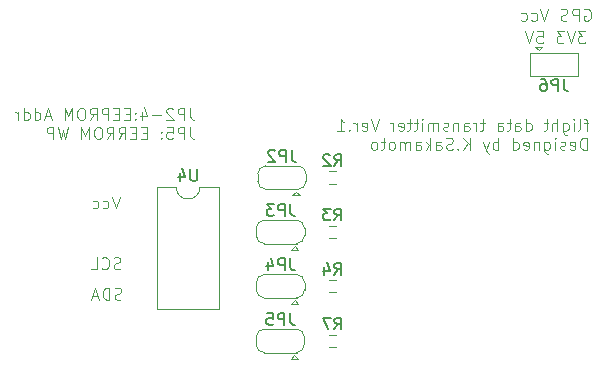
<source format=gbr>
%TF.GenerationSoftware,KiCad,Pcbnew,8.0.3*%
%TF.CreationDate,2024-12-13T14:42:36+09:00*%
%TF.ProjectId,LoRaGPS,4c6f5261-4750-4532-9e6b-696361645f70,rev?*%
%TF.SameCoordinates,Original*%
%TF.FileFunction,Legend,Bot*%
%TF.FilePolarity,Positive*%
%FSLAX46Y46*%
G04 Gerber Fmt 4.6, Leading zero omitted, Abs format (unit mm)*
G04 Created by KiCad (PCBNEW 8.0.3) date 2024-12-13 14:42:36*
%MOMM*%
%LPD*%
G01*
G04 APERTURE LIST*
%ADD10C,0.100000*%
%ADD11C,0.150000*%
%ADD12C,0.120000*%
G04 APERTURE END LIST*
D10*
X103115372Y-62467408D02*
X102734420Y-62467408D01*
X102972515Y-63134075D02*
X102972515Y-62276932D01*
X102972515Y-62276932D02*
X102924896Y-62181694D01*
X102924896Y-62181694D02*
X102829658Y-62134075D01*
X102829658Y-62134075D02*
X102734420Y-62134075D01*
X102258229Y-63134075D02*
X102353467Y-63086456D01*
X102353467Y-63086456D02*
X102401086Y-62991217D01*
X102401086Y-62991217D02*
X102401086Y-62134075D01*
X101877276Y-63134075D02*
X101877276Y-62467408D01*
X101877276Y-62134075D02*
X101924895Y-62181694D01*
X101924895Y-62181694D02*
X101877276Y-62229313D01*
X101877276Y-62229313D02*
X101829657Y-62181694D01*
X101829657Y-62181694D02*
X101877276Y-62134075D01*
X101877276Y-62134075D02*
X101877276Y-62229313D01*
X100972515Y-62467408D02*
X100972515Y-63276932D01*
X100972515Y-63276932D02*
X101020134Y-63372170D01*
X101020134Y-63372170D02*
X101067753Y-63419789D01*
X101067753Y-63419789D02*
X101162991Y-63467408D01*
X101162991Y-63467408D02*
X101305848Y-63467408D01*
X101305848Y-63467408D02*
X101401086Y-63419789D01*
X100972515Y-63086456D02*
X101067753Y-63134075D01*
X101067753Y-63134075D02*
X101258229Y-63134075D01*
X101258229Y-63134075D02*
X101353467Y-63086456D01*
X101353467Y-63086456D02*
X101401086Y-63038836D01*
X101401086Y-63038836D02*
X101448705Y-62943598D01*
X101448705Y-62943598D02*
X101448705Y-62657884D01*
X101448705Y-62657884D02*
X101401086Y-62562646D01*
X101401086Y-62562646D02*
X101353467Y-62515027D01*
X101353467Y-62515027D02*
X101258229Y-62467408D01*
X101258229Y-62467408D02*
X101067753Y-62467408D01*
X101067753Y-62467408D02*
X100972515Y-62515027D01*
X100496324Y-63134075D02*
X100496324Y-62134075D01*
X100067753Y-63134075D02*
X100067753Y-62610265D01*
X100067753Y-62610265D02*
X100115372Y-62515027D01*
X100115372Y-62515027D02*
X100210610Y-62467408D01*
X100210610Y-62467408D02*
X100353467Y-62467408D01*
X100353467Y-62467408D02*
X100448705Y-62515027D01*
X100448705Y-62515027D02*
X100496324Y-62562646D01*
X99734419Y-62467408D02*
X99353467Y-62467408D01*
X99591562Y-62134075D02*
X99591562Y-62991217D01*
X99591562Y-62991217D02*
X99543943Y-63086456D01*
X99543943Y-63086456D02*
X99448705Y-63134075D01*
X99448705Y-63134075D02*
X99353467Y-63134075D01*
X97829657Y-63134075D02*
X97829657Y-62134075D01*
X97829657Y-63086456D02*
X97924895Y-63134075D01*
X97924895Y-63134075D02*
X98115371Y-63134075D01*
X98115371Y-63134075D02*
X98210609Y-63086456D01*
X98210609Y-63086456D02*
X98258228Y-63038836D01*
X98258228Y-63038836D02*
X98305847Y-62943598D01*
X98305847Y-62943598D02*
X98305847Y-62657884D01*
X98305847Y-62657884D02*
X98258228Y-62562646D01*
X98258228Y-62562646D02*
X98210609Y-62515027D01*
X98210609Y-62515027D02*
X98115371Y-62467408D01*
X98115371Y-62467408D02*
X97924895Y-62467408D01*
X97924895Y-62467408D02*
X97829657Y-62515027D01*
X96924895Y-63134075D02*
X96924895Y-62610265D01*
X96924895Y-62610265D02*
X96972514Y-62515027D01*
X96972514Y-62515027D02*
X97067752Y-62467408D01*
X97067752Y-62467408D02*
X97258228Y-62467408D01*
X97258228Y-62467408D02*
X97353466Y-62515027D01*
X96924895Y-63086456D02*
X97020133Y-63134075D01*
X97020133Y-63134075D02*
X97258228Y-63134075D01*
X97258228Y-63134075D02*
X97353466Y-63086456D01*
X97353466Y-63086456D02*
X97401085Y-62991217D01*
X97401085Y-62991217D02*
X97401085Y-62895979D01*
X97401085Y-62895979D02*
X97353466Y-62800741D01*
X97353466Y-62800741D02*
X97258228Y-62753122D01*
X97258228Y-62753122D02*
X97020133Y-62753122D01*
X97020133Y-62753122D02*
X96924895Y-62705503D01*
X96591561Y-62467408D02*
X96210609Y-62467408D01*
X96448704Y-62134075D02*
X96448704Y-62991217D01*
X96448704Y-62991217D02*
X96401085Y-63086456D01*
X96401085Y-63086456D02*
X96305847Y-63134075D01*
X96305847Y-63134075D02*
X96210609Y-63134075D01*
X95448704Y-63134075D02*
X95448704Y-62610265D01*
X95448704Y-62610265D02*
X95496323Y-62515027D01*
X95496323Y-62515027D02*
X95591561Y-62467408D01*
X95591561Y-62467408D02*
X95782037Y-62467408D01*
X95782037Y-62467408D02*
X95877275Y-62515027D01*
X95448704Y-63086456D02*
X95543942Y-63134075D01*
X95543942Y-63134075D02*
X95782037Y-63134075D01*
X95782037Y-63134075D02*
X95877275Y-63086456D01*
X95877275Y-63086456D02*
X95924894Y-62991217D01*
X95924894Y-62991217D02*
X95924894Y-62895979D01*
X95924894Y-62895979D02*
X95877275Y-62800741D01*
X95877275Y-62800741D02*
X95782037Y-62753122D01*
X95782037Y-62753122D02*
X95543942Y-62753122D01*
X95543942Y-62753122D02*
X95448704Y-62705503D01*
X94353465Y-62467408D02*
X93972513Y-62467408D01*
X94210608Y-62134075D02*
X94210608Y-62991217D01*
X94210608Y-62991217D02*
X94162989Y-63086456D01*
X94162989Y-63086456D02*
X94067751Y-63134075D01*
X94067751Y-63134075D02*
X93972513Y-63134075D01*
X93639179Y-63134075D02*
X93639179Y-62467408D01*
X93639179Y-62657884D02*
X93591560Y-62562646D01*
X93591560Y-62562646D02*
X93543941Y-62515027D01*
X93543941Y-62515027D02*
X93448703Y-62467408D01*
X93448703Y-62467408D02*
X93353465Y-62467408D01*
X92591560Y-63134075D02*
X92591560Y-62610265D01*
X92591560Y-62610265D02*
X92639179Y-62515027D01*
X92639179Y-62515027D02*
X92734417Y-62467408D01*
X92734417Y-62467408D02*
X92924893Y-62467408D01*
X92924893Y-62467408D02*
X93020131Y-62515027D01*
X92591560Y-63086456D02*
X92686798Y-63134075D01*
X92686798Y-63134075D02*
X92924893Y-63134075D01*
X92924893Y-63134075D02*
X93020131Y-63086456D01*
X93020131Y-63086456D02*
X93067750Y-62991217D01*
X93067750Y-62991217D02*
X93067750Y-62895979D01*
X93067750Y-62895979D02*
X93020131Y-62800741D01*
X93020131Y-62800741D02*
X92924893Y-62753122D01*
X92924893Y-62753122D02*
X92686798Y-62753122D01*
X92686798Y-62753122D02*
X92591560Y-62705503D01*
X92115369Y-62467408D02*
X92115369Y-63134075D01*
X92115369Y-62562646D02*
X92067750Y-62515027D01*
X92067750Y-62515027D02*
X91972512Y-62467408D01*
X91972512Y-62467408D02*
X91829655Y-62467408D01*
X91829655Y-62467408D02*
X91734417Y-62515027D01*
X91734417Y-62515027D02*
X91686798Y-62610265D01*
X91686798Y-62610265D02*
X91686798Y-63134075D01*
X91258226Y-63086456D02*
X91162988Y-63134075D01*
X91162988Y-63134075D02*
X90972512Y-63134075D01*
X90972512Y-63134075D02*
X90877274Y-63086456D01*
X90877274Y-63086456D02*
X90829655Y-62991217D01*
X90829655Y-62991217D02*
X90829655Y-62943598D01*
X90829655Y-62943598D02*
X90877274Y-62848360D01*
X90877274Y-62848360D02*
X90972512Y-62800741D01*
X90972512Y-62800741D02*
X91115369Y-62800741D01*
X91115369Y-62800741D02*
X91210607Y-62753122D01*
X91210607Y-62753122D02*
X91258226Y-62657884D01*
X91258226Y-62657884D02*
X91258226Y-62610265D01*
X91258226Y-62610265D02*
X91210607Y-62515027D01*
X91210607Y-62515027D02*
X91115369Y-62467408D01*
X91115369Y-62467408D02*
X90972512Y-62467408D01*
X90972512Y-62467408D02*
X90877274Y-62515027D01*
X90401083Y-63134075D02*
X90401083Y-62467408D01*
X90401083Y-62562646D02*
X90353464Y-62515027D01*
X90353464Y-62515027D02*
X90258226Y-62467408D01*
X90258226Y-62467408D02*
X90115369Y-62467408D01*
X90115369Y-62467408D02*
X90020131Y-62515027D01*
X90020131Y-62515027D02*
X89972512Y-62610265D01*
X89972512Y-62610265D02*
X89972512Y-63134075D01*
X89972512Y-62610265D02*
X89924893Y-62515027D01*
X89924893Y-62515027D02*
X89829655Y-62467408D01*
X89829655Y-62467408D02*
X89686798Y-62467408D01*
X89686798Y-62467408D02*
X89591559Y-62515027D01*
X89591559Y-62515027D02*
X89543940Y-62610265D01*
X89543940Y-62610265D02*
X89543940Y-63134075D01*
X89067750Y-63134075D02*
X89067750Y-62467408D01*
X89067750Y-62134075D02*
X89115369Y-62181694D01*
X89115369Y-62181694D02*
X89067750Y-62229313D01*
X89067750Y-62229313D02*
X89020131Y-62181694D01*
X89020131Y-62181694D02*
X89067750Y-62134075D01*
X89067750Y-62134075D02*
X89067750Y-62229313D01*
X88734417Y-62467408D02*
X88353465Y-62467408D01*
X88591560Y-62134075D02*
X88591560Y-62991217D01*
X88591560Y-62991217D02*
X88543941Y-63086456D01*
X88543941Y-63086456D02*
X88448703Y-63134075D01*
X88448703Y-63134075D02*
X88353465Y-63134075D01*
X88162988Y-62467408D02*
X87782036Y-62467408D01*
X88020131Y-62134075D02*
X88020131Y-62991217D01*
X88020131Y-62991217D02*
X87972512Y-63086456D01*
X87972512Y-63086456D02*
X87877274Y-63134075D01*
X87877274Y-63134075D02*
X87782036Y-63134075D01*
X87067750Y-63086456D02*
X87162988Y-63134075D01*
X87162988Y-63134075D02*
X87353464Y-63134075D01*
X87353464Y-63134075D02*
X87448702Y-63086456D01*
X87448702Y-63086456D02*
X87496321Y-62991217D01*
X87496321Y-62991217D02*
X87496321Y-62610265D01*
X87496321Y-62610265D02*
X87448702Y-62515027D01*
X87448702Y-62515027D02*
X87353464Y-62467408D01*
X87353464Y-62467408D02*
X87162988Y-62467408D01*
X87162988Y-62467408D02*
X87067750Y-62515027D01*
X87067750Y-62515027D02*
X87020131Y-62610265D01*
X87020131Y-62610265D02*
X87020131Y-62705503D01*
X87020131Y-62705503D02*
X87496321Y-62800741D01*
X86591559Y-63134075D02*
X86591559Y-62467408D01*
X86591559Y-62657884D02*
X86543940Y-62562646D01*
X86543940Y-62562646D02*
X86496321Y-62515027D01*
X86496321Y-62515027D02*
X86401083Y-62467408D01*
X86401083Y-62467408D02*
X86305845Y-62467408D01*
X85353463Y-62134075D02*
X85020130Y-63134075D01*
X85020130Y-63134075D02*
X84686797Y-62134075D01*
X83972511Y-63086456D02*
X84067749Y-63134075D01*
X84067749Y-63134075D02*
X84258225Y-63134075D01*
X84258225Y-63134075D02*
X84353463Y-63086456D01*
X84353463Y-63086456D02*
X84401082Y-62991217D01*
X84401082Y-62991217D02*
X84401082Y-62610265D01*
X84401082Y-62610265D02*
X84353463Y-62515027D01*
X84353463Y-62515027D02*
X84258225Y-62467408D01*
X84258225Y-62467408D02*
X84067749Y-62467408D01*
X84067749Y-62467408D02*
X83972511Y-62515027D01*
X83972511Y-62515027D02*
X83924892Y-62610265D01*
X83924892Y-62610265D02*
X83924892Y-62705503D01*
X83924892Y-62705503D02*
X84401082Y-62800741D01*
X83496320Y-63134075D02*
X83496320Y-62467408D01*
X83496320Y-62657884D02*
X83448701Y-62562646D01*
X83448701Y-62562646D02*
X83401082Y-62515027D01*
X83401082Y-62515027D02*
X83305844Y-62467408D01*
X83305844Y-62467408D02*
X83210606Y-62467408D01*
X82877272Y-63038836D02*
X82829653Y-63086456D01*
X82829653Y-63086456D02*
X82877272Y-63134075D01*
X82877272Y-63134075D02*
X82924891Y-63086456D01*
X82924891Y-63086456D02*
X82877272Y-63038836D01*
X82877272Y-63038836D02*
X82877272Y-63134075D01*
X81877273Y-63134075D02*
X82448701Y-63134075D01*
X82162987Y-63134075D02*
X82162987Y-62134075D01*
X82162987Y-62134075D02*
X82258225Y-62276932D01*
X82258225Y-62276932D02*
X82353463Y-62372170D01*
X82353463Y-62372170D02*
X82448701Y-62419789D01*
X102972515Y-64744019D02*
X102972515Y-63744019D01*
X102972515Y-63744019D02*
X102734420Y-63744019D01*
X102734420Y-63744019D02*
X102591563Y-63791638D01*
X102591563Y-63791638D02*
X102496325Y-63886876D01*
X102496325Y-63886876D02*
X102448706Y-63982114D01*
X102448706Y-63982114D02*
X102401087Y-64172590D01*
X102401087Y-64172590D02*
X102401087Y-64315447D01*
X102401087Y-64315447D02*
X102448706Y-64505923D01*
X102448706Y-64505923D02*
X102496325Y-64601161D01*
X102496325Y-64601161D02*
X102591563Y-64696400D01*
X102591563Y-64696400D02*
X102734420Y-64744019D01*
X102734420Y-64744019D02*
X102972515Y-64744019D01*
X101591563Y-64696400D02*
X101686801Y-64744019D01*
X101686801Y-64744019D02*
X101877277Y-64744019D01*
X101877277Y-64744019D02*
X101972515Y-64696400D01*
X101972515Y-64696400D02*
X102020134Y-64601161D01*
X102020134Y-64601161D02*
X102020134Y-64220209D01*
X102020134Y-64220209D02*
X101972515Y-64124971D01*
X101972515Y-64124971D02*
X101877277Y-64077352D01*
X101877277Y-64077352D02*
X101686801Y-64077352D01*
X101686801Y-64077352D02*
X101591563Y-64124971D01*
X101591563Y-64124971D02*
X101543944Y-64220209D01*
X101543944Y-64220209D02*
X101543944Y-64315447D01*
X101543944Y-64315447D02*
X102020134Y-64410685D01*
X101162991Y-64696400D02*
X101067753Y-64744019D01*
X101067753Y-64744019D02*
X100877277Y-64744019D01*
X100877277Y-64744019D02*
X100782039Y-64696400D01*
X100782039Y-64696400D02*
X100734420Y-64601161D01*
X100734420Y-64601161D02*
X100734420Y-64553542D01*
X100734420Y-64553542D02*
X100782039Y-64458304D01*
X100782039Y-64458304D02*
X100877277Y-64410685D01*
X100877277Y-64410685D02*
X101020134Y-64410685D01*
X101020134Y-64410685D02*
X101115372Y-64363066D01*
X101115372Y-64363066D02*
X101162991Y-64267828D01*
X101162991Y-64267828D02*
X101162991Y-64220209D01*
X101162991Y-64220209D02*
X101115372Y-64124971D01*
X101115372Y-64124971D02*
X101020134Y-64077352D01*
X101020134Y-64077352D02*
X100877277Y-64077352D01*
X100877277Y-64077352D02*
X100782039Y-64124971D01*
X100305848Y-64744019D02*
X100305848Y-64077352D01*
X100305848Y-63744019D02*
X100353467Y-63791638D01*
X100353467Y-63791638D02*
X100305848Y-63839257D01*
X100305848Y-63839257D02*
X100258229Y-63791638D01*
X100258229Y-63791638D02*
X100305848Y-63744019D01*
X100305848Y-63744019D02*
X100305848Y-63839257D01*
X99401087Y-64077352D02*
X99401087Y-64886876D01*
X99401087Y-64886876D02*
X99448706Y-64982114D01*
X99448706Y-64982114D02*
X99496325Y-65029733D01*
X99496325Y-65029733D02*
X99591563Y-65077352D01*
X99591563Y-65077352D02*
X99734420Y-65077352D01*
X99734420Y-65077352D02*
X99829658Y-65029733D01*
X99401087Y-64696400D02*
X99496325Y-64744019D01*
X99496325Y-64744019D02*
X99686801Y-64744019D01*
X99686801Y-64744019D02*
X99782039Y-64696400D01*
X99782039Y-64696400D02*
X99829658Y-64648780D01*
X99829658Y-64648780D02*
X99877277Y-64553542D01*
X99877277Y-64553542D02*
X99877277Y-64267828D01*
X99877277Y-64267828D02*
X99829658Y-64172590D01*
X99829658Y-64172590D02*
X99782039Y-64124971D01*
X99782039Y-64124971D02*
X99686801Y-64077352D01*
X99686801Y-64077352D02*
X99496325Y-64077352D01*
X99496325Y-64077352D02*
X99401087Y-64124971D01*
X98924896Y-64077352D02*
X98924896Y-64744019D01*
X98924896Y-64172590D02*
X98877277Y-64124971D01*
X98877277Y-64124971D02*
X98782039Y-64077352D01*
X98782039Y-64077352D02*
X98639182Y-64077352D01*
X98639182Y-64077352D02*
X98543944Y-64124971D01*
X98543944Y-64124971D02*
X98496325Y-64220209D01*
X98496325Y-64220209D02*
X98496325Y-64744019D01*
X97639182Y-64696400D02*
X97734420Y-64744019D01*
X97734420Y-64744019D02*
X97924896Y-64744019D01*
X97924896Y-64744019D02*
X98020134Y-64696400D01*
X98020134Y-64696400D02*
X98067753Y-64601161D01*
X98067753Y-64601161D02*
X98067753Y-64220209D01*
X98067753Y-64220209D02*
X98020134Y-64124971D01*
X98020134Y-64124971D02*
X97924896Y-64077352D01*
X97924896Y-64077352D02*
X97734420Y-64077352D01*
X97734420Y-64077352D02*
X97639182Y-64124971D01*
X97639182Y-64124971D02*
X97591563Y-64220209D01*
X97591563Y-64220209D02*
X97591563Y-64315447D01*
X97591563Y-64315447D02*
X98067753Y-64410685D01*
X96734420Y-64744019D02*
X96734420Y-63744019D01*
X96734420Y-64696400D02*
X96829658Y-64744019D01*
X96829658Y-64744019D02*
X97020134Y-64744019D01*
X97020134Y-64744019D02*
X97115372Y-64696400D01*
X97115372Y-64696400D02*
X97162991Y-64648780D01*
X97162991Y-64648780D02*
X97210610Y-64553542D01*
X97210610Y-64553542D02*
X97210610Y-64267828D01*
X97210610Y-64267828D02*
X97162991Y-64172590D01*
X97162991Y-64172590D02*
X97115372Y-64124971D01*
X97115372Y-64124971D02*
X97020134Y-64077352D01*
X97020134Y-64077352D02*
X96829658Y-64077352D01*
X96829658Y-64077352D02*
X96734420Y-64124971D01*
X95496324Y-64744019D02*
X95496324Y-63744019D01*
X95496324Y-64124971D02*
X95401086Y-64077352D01*
X95401086Y-64077352D02*
X95210610Y-64077352D01*
X95210610Y-64077352D02*
X95115372Y-64124971D01*
X95115372Y-64124971D02*
X95067753Y-64172590D01*
X95067753Y-64172590D02*
X95020134Y-64267828D01*
X95020134Y-64267828D02*
X95020134Y-64553542D01*
X95020134Y-64553542D02*
X95067753Y-64648780D01*
X95067753Y-64648780D02*
X95115372Y-64696400D01*
X95115372Y-64696400D02*
X95210610Y-64744019D01*
X95210610Y-64744019D02*
X95401086Y-64744019D01*
X95401086Y-64744019D02*
X95496324Y-64696400D01*
X94686800Y-64077352D02*
X94448705Y-64744019D01*
X94210610Y-64077352D02*
X94448705Y-64744019D01*
X94448705Y-64744019D02*
X94543943Y-64982114D01*
X94543943Y-64982114D02*
X94591562Y-65029733D01*
X94591562Y-65029733D02*
X94686800Y-65077352D01*
X93067752Y-64744019D02*
X93067752Y-63744019D01*
X92496324Y-64744019D02*
X92924895Y-64172590D01*
X92496324Y-63744019D02*
X93067752Y-64315447D01*
X92067752Y-64648780D02*
X92020133Y-64696400D01*
X92020133Y-64696400D02*
X92067752Y-64744019D01*
X92067752Y-64744019D02*
X92115371Y-64696400D01*
X92115371Y-64696400D02*
X92067752Y-64648780D01*
X92067752Y-64648780D02*
X92067752Y-64744019D01*
X91639181Y-64696400D02*
X91496324Y-64744019D01*
X91496324Y-64744019D02*
X91258229Y-64744019D01*
X91258229Y-64744019D02*
X91162991Y-64696400D01*
X91162991Y-64696400D02*
X91115372Y-64648780D01*
X91115372Y-64648780D02*
X91067753Y-64553542D01*
X91067753Y-64553542D02*
X91067753Y-64458304D01*
X91067753Y-64458304D02*
X91115372Y-64363066D01*
X91115372Y-64363066D02*
X91162991Y-64315447D01*
X91162991Y-64315447D02*
X91258229Y-64267828D01*
X91258229Y-64267828D02*
X91448705Y-64220209D01*
X91448705Y-64220209D02*
X91543943Y-64172590D01*
X91543943Y-64172590D02*
X91591562Y-64124971D01*
X91591562Y-64124971D02*
X91639181Y-64029733D01*
X91639181Y-64029733D02*
X91639181Y-63934495D01*
X91639181Y-63934495D02*
X91591562Y-63839257D01*
X91591562Y-63839257D02*
X91543943Y-63791638D01*
X91543943Y-63791638D02*
X91448705Y-63744019D01*
X91448705Y-63744019D02*
X91210610Y-63744019D01*
X91210610Y-63744019D02*
X91067753Y-63791638D01*
X90210610Y-64744019D02*
X90210610Y-64220209D01*
X90210610Y-64220209D02*
X90258229Y-64124971D01*
X90258229Y-64124971D02*
X90353467Y-64077352D01*
X90353467Y-64077352D02*
X90543943Y-64077352D01*
X90543943Y-64077352D02*
X90639181Y-64124971D01*
X90210610Y-64696400D02*
X90305848Y-64744019D01*
X90305848Y-64744019D02*
X90543943Y-64744019D01*
X90543943Y-64744019D02*
X90639181Y-64696400D01*
X90639181Y-64696400D02*
X90686800Y-64601161D01*
X90686800Y-64601161D02*
X90686800Y-64505923D01*
X90686800Y-64505923D02*
X90639181Y-64410685D01*
X90639181Y-64410685D02*
X90543943Y-64363066D01*
X90543943Y-64363066D02*
X90305848Y-64363066D01*
X90305848Y-64363066D02*
X90210610Y-64315447D01*
X89734419Y-64744019D02*
X89734419Y-63744019D01*
X89639181Y-64363066D02*
X89353467Y-64744019D01*
X89353467Y-64077352D02*
X89734419Y-64458304D01*
X88496324Y-64744019D02*
X88496324Y-64220209D01*
X88496324Y-64220209D02*
X88543943Y-64124971D01*
X88543943Y-64124971D02*
X88639181Y-64077352D01*
X88639181Y-64077352D02*
X88829657Y-64077352D01*
X88829657Y-64077352D02*
X88924895Y-64124971D01*
X88496324Y-64696400D02*
X88591562Y-64744019D01*
X88591562Y-64744019D02*
X88829657Y-64744019D01*
X88829657Y-64744019D02*
X88924895Y-64696400D01*
X88924895Y-64696400D02*
X88972514Y-64601161D01*
X88972514Y-64601161D02*
X88972514Y-64505923D01*
X88972514Y-64505923D02*
X88924895Y-64410685D01*
X88924895Y-64410685D02*
X88829657Y-64363066D01*
X88829657Y-64363066D02*
X88591562Y-64363066D01*
X88591562Y-64363066D02*
X88496324Y-64315447D01*
X88020133Y-64744019D02*
X88020133Y-64077352D01*
X88020133Y-64172590D02*
X87972514Y-64124971D01*
X87972514Y-64124971D02*
X87877276Y-64077352D01*
X87877276Y-64077352D02*
X87734419Y-64077352D01*
X87734419Y-64077352D02*
X87639181Y-64124971D01*
X87639181Y-64124971D02*
X87591562Y-64220209D01*
X87591562Y-64220209D02*
X87591562Y-64744019D01*
X87591562Y-64220209D02*
X87543943Y-64124971D01*
X87543943Y-64124971D02*
X87448705Y-64077352D01*
X87448705Y-64077352D02*
X87305848Y-64077352D01*
X87305848Y-64077352D02*
X87210609Y-64124971D01*
X87210609Y-64124971D02*
X87162990Y-64220209D01*
X87162990Y-64220209D02*
X87162990Y-64744019D01*
X86543943Y-64744019D02*
X86639181Y-64696400D01*
X86639181Y-64696400D02*
X86686800Y-64648780D01*
X86686800Y-64648780D02*
X86734419Y-64553542D01*
X86734419Y-64553542D02*
X86734419Y-64267828D01*
X86734419Y-64267828D02*
X86686800Y-64172590D01*
X86686800Y-64172590D02*
X86639181Y-64124971D01*
X86639181Y-64124971D02*
X86543943Y-64077352D01*
X86543943Y-64077352D02*
X86401086Y-64077352D01*
X86401086Y-64077352D02*
X86305848Y-64124971D01*
X86305848Y-64124971D02*
X86258229Y-64172590D01*
X86258229Y-64172590D02*
X86210610Y-64267828D01*
X86210610Y-64267828D02*
X86210610Y-64553542D01*
X86210610Y-64553542D02*
X86258229Y-64648780D01*
X86258229Y-64648780D02*
X86305848Y-64696400D01*
X86305848Y-64696400D02*
X86401086Y-64744019D01*
X86401086Y-64744019D02*
X86543943Y-64744019D01*
X85924895Y-64077352D02*
X85543943Y-64077352D01*
X85782038Y-63744019D02*
X85782038Y-64601161D01*
X85782038Y-64601161D02*
X85734419Y-64696400D01*
X85734419Y-64696400D02*
X85639181Y-64744019D01*
X85639181Y-64744019D02*
X85543943Y-64744019D01*
X85067752Y-64744019D02*
X85162990Y-64696400D01*
X85162990Y-64696400D02*
X85210609Y-64648780D01*
X85210609Y-64648780D02*
X85258228Y-64553542D01*
X85258228Y-64553542D02*
X85258228Y-64267828D01*
X85258228Y-64267828D02*
X85210609Y-64172590D01*
X85210609Y-64172590D02*
X85162990Y-64124971D01*
X85162990Y-64124971D02*
X85067752Y-64077352D01*
X85067752Y-64077352D02*
X84924895Y-64077352D01*
X84924895Y-64077352D02*
X84829657Y-64124971D01*
X84829657Y-64124971D02*
X84782038Y-64172590D01*
X84782038Y-64172590D02*
X84734419Y-64267828D01*
X84734419Y-64267828D02*
X84734419Y-64553542D01*
X84734419Y-64553542D02*
X84782038Y-64648780D01*
X84782038Y-64648780D02*
X84829657Y-64696400D01*
X84829657Y-64696400D02*
X84924895Y-64744019D01*
X84924895Y-64744019D02*
X85067752Y-64744019D01*
X63497734Y-74805600D02*
X63354877Y-74853219D01*
X63354877Y-74853219D02*
X63116782Y-74853219D01*
X63116782Y-74853219D02*
X63021544Y-74805600D01*
X63021544Y-74805600D02*
X62973925Y-74757980D01*
X62973925Y-74757980D02*
X62926306Y-74662742D01*
X62926306Y-74662742D02*
X62926306Y-74567504D01*
X62926306Y-74567504D02*
X62973925Y-74472266D01*
X62973925Y-74472266D02*
X63021544Y-74424647D01*
X63021544Y-74424647D02*
X63116782Y-74377028D01*
X63116782Y-74377028D02*
X63307258Y-74329409D01*
X63307258Y-74329409D02*
X63402496Y-74281790D01*
X63402496Y-74281790D02*
X63450115Y-74234171D01*
X63450115Y-74234171D02*
X63497734Y-74138933D01*
X63497734Y-74138933D02*
X63497734Y-74043695D01*
X63497734Y-74043695D02*
X63450115Y-73948457D01*
X63450115Y-73948457D02*
X63402496Y-73900838D01*
X63402496Y-73900838D02*
X63307258Y-73853219D01*
X63307258Y-73853219D02*
X63069163Y-73853219D01*
X63069163Y-73853219D02*
X62926306Y-73900838D01*
X61926306Y-74757980D02*
X61973925Y-74805600D01*
X61973925Y-74805600D02*
X62116782Y-74853219D01*
X62116782Y-74853219D02*
X62212020Y-74853219D01*
X62212020Y-74853219D02*
X62354877Y-74805600D01*
X62354877Y-74805600D02*
X62450115Y-74710361D01*
X62450115Y-74710361D02*
X62497734Y-74615123D01*
X62497734Y-74615123D02*
X62545353Y-74424647D01*
X62545353Y-74424647D02*
X62545353Y-74281790D01*
X62545353Y-74281790D02*
X62497734Y-74091314D01*
X62497734Y-74091314D02*
X62450115Y-73996076D01*
X62450115Y-73996076D02*
X62354877Y-73900838D01*
X62354877Y-73900838D02*
X62212020Y-73853219D01*
X62212020Y-73853219D02*
X62116782Y-73853219D01*
X62116782Y-73853219D02*
X61973925Y-73900838D01*
X61973925Y-73900838D02*
X61926306Y-73948457D01*
X61021544Y-74853219D02*
X61497734Y-74853219D01*
X61497734Y-74853219D02*
X61497734Y-73853219D01*
X69387401Y-61219675D02*
X69387401Y-61933960D01*
X69387401Y-61933960D02*
X69435020Y-62076817D01*
X69435020Y-62076817D02*
X69530258Y-62172056D01*
X69530258Y-62172056D02*
X69673115Y-62219675D01*
X69673115Y-62219675D02*
X69768353Y-62219675D01*
X68911210Y-62219675D02*
X68911210Y-61219675D01*
X68911210Y-61219675D02*
X68530258Y-61219675D01*
X68530258Y-61219675D02*
X68435020Y-61267294D01*
X68435020Y-61267294D02*
X68387401Y-61314913D01*
X68387401Y-61314913D02*
X68339782Y-61410151D01*
X68339782Y-61410151D02*
X68339782Y-61553008D01*
X68339782Y-61553008D02*
X68387401Y-61648246D01*
X68387401Y-61648246D02*
X68435020Y-61695865D01*
X68435020Y-61695865D02*
X68530258Y-61743484D01*
X68530258Y-61743484D02*
X68911210Y-61743484D01*
X67958829Y-61314913D02*
X67911210Y-61267294D01*
X67911210Y-61267294D02*
X67815972Y-61219675D01*
X67815972Y-61219675D02*
X67577877Y-61219675D01*
X67577877Y-61219675D02*
X67482639Y-61267294D01*
X67482639Y-61267294D02*
X67435020Y-61314913D01*
X67435020Y-61314913D02*
X67387401Y-61410151D01*
X67387401Y-61410151D02*
X67387401Y-61505389D01*
X67387401Y-61505389D02*
X67435020Y-61648246D01*
X67435020Y-61648246D02*
X68006448Y-62219675D01*
X68006448Y-62219675D02*
X67387401Y-62219675D01*
X66958829Y-61838722D02*
X66196925Y-61838722D01*
X65292163Y-61553008D02*
X65292163Y-62219675D01*
X65530258Y-61172056D02*
X65768353Y-61886341D01*
X65768353Y-61886341D02*
X65149306Y-61886341D01*
X64768353Y-62124436D02*
X64720734Y-62172056D01*
X64720734Y-62172056D02*
X64768353Y-62219675D01*
X64768353Y-62219675D02*
X64815972Y-62172056D01*
X64815972Y-62172056D02*
X64768353Y-62124436D01*
X64768353Y-62124436D02*
X64768353Y-62219675D01*
X64768353Y-61600627D02*
X64720734Y-61648246D01*
X64720734Y-61648246D02*
X64768353Y-61695865D01*
X64768353Y-61695865D02*
X64815972Y-61648246D01*
X64815972Y-61648246D02*
X64768353Y-61600627D01*
X64768353Y-61600627D02*
X64768353Y-61695865D01*
X64292163Y-61695865D02*
X63958830Y-61695865D01*
X63815973Y-62219675D02*
X64292163Y-62219675D01*
X64292163Y-62219675D02*
X64292163Y-61219675D01*
X64292163Y-61219675D02*
X63815973Y-61219675D01*
X63387401Y-61695865D02*
X63054068Y-61695865D01*
X62911211Y-62219675D02*
X63387401Y-62219675D01*
X63387401Y-62219675D02*
X63387401Y-61219675D01*
X63387401Y-61219675D02*
X62911211Y-61219675D01*
X62482639Y-62219675D02*
X62482639Y-61219675D01*
X62482639Y-61219675D02*
X62101687Y-61219675D01*
X62101687Y-61219675D02*
X62006449Y-61267294D01*
X62006449Y-61267294D02*
X61958830Y-61314913D01*
X61958830Y-61314913D02*
X61911211Y-61410151D01*
X61911211Y-61410151D02*
X61911211Y-61553008D01*
X61911211Y-61553008D02*
X61958830Y-61648246D01*
X61958830Y-61648246D02*
X62006449Y-61695865D01*
X62006449Y-61695865D02*
X62101687Y-61743484D01*
X62101687Y-61743484D02*
X62482639Y-61743484D01*
X60911211Y-62219675D02*
X61244544Y-61743484D01*
X61482639Y-62219675D02*
X61482639Y-61219675D01*
X61482639Y-61219675D02*
X61101687Y-61219675D01*
X61101687Y-61219675D02*
X61006449Y-61267294D01*
X61006449Y-61267294D02*
X60958830Y-61314913D01*
X60958830Y-61314913D02*
X60911211Y-61410151D01*
X60911211Y-61410151D02*
X60911211Y-61553008D01*
X60911211Y-61553008D02*
X60958830Y-61648246D01*
X60958830Y-61648246D02*
X61006449Y-61695865D01*
X61006449Y-61695865D02*
X61101687Y-61743484D01*
X61101687Y-61743484D02*
X61482639Y-61743484D01*
X60292163Y-61219675D02*
X60101687Y-61219675D01*
X60101687Y-61219675D02*
X60006449Y-61267294D01*
X60006449Y-61267294D02*
X59911211Y-61362532D01*
X59911211Y-61362532D02*
X59863592Y-61553008D01*
X59863592Y-61553008D02*
X59863592Y-61886341D01*
X59863592Y-61886341D02*
X59911211Y-62076817D01*
X59911211Y-62076817D02*
X60006449Y-62172056D01*
X60006449Y-62172056D02*
X60101687Y-62219675D01*
X60101687Y-62219675D02*
X60292163Y-62219675D01*
X60292163Y-62219675D02*
X60387401Y-62172056D01*
X60387401Y-62172056D02*
X60482639Y-62076817D01*
X60482639Y-62076817D02*
X60530258Y-61886341D01*
X60530258Y-61886341D02*
X60530258Y-61553008D01*
X60530258Y-61553008D02*
X60482639Y-61362532D01*
X60482639Y-61362532D02*
X60387401Y-61267294D01*
X60387401Y-61267294D02*
X60292163Y-61219675D01*
X59435020Y-62219675D02*
X59435020Y-61219675D01*
X59435020Y-61219675D02*
X59101687Y-61933960D01*
X59101687Y-61933960D02*
X58768354Y-61219675D01*
X58768354Y-61219675D02*
X58768354Y-62219675D01*
X57577877Y-61933960D02*
X57101687Y-61933960D01*
X57673115Y-62219675D02*
X57339782Y-61219675D01*
X57339782Y-61219675D02*
X57006449Y-62219675D01*
X56244544Y-62219675D02*
X56244544Y-61219675D01*
X56244544Y-62172056D02*
X56339782Y-62219675D01*
X56339782Y-62219675D02*
X56530258Y-62219675D01*
X56530258Y-62219675D02*
X56625496Y-62172056D01*
X56625496Y-62172056D02*
X56673115Y-62124436D01*
X56673115Y-62124436D02*
X56720734Y-62029198D01*
X56720734Y-62029198D02*
X56720734Y-61743484D01*
X56720734Y-61743484D02*
X56673115Y-61648246D01*
X56673115Y-61648246D02*
X56625496Y-61600627D01*
X56625496Y-61600627D02*
X56530258Y-61553008D01*
X56530258Y-61553008D02*
X56339782Y-61553008D01*
X56339782Y-61553008D02*
X56244544Y-61600627D01*
X55339782Y-62219675D02*
X55339782Y-61219675D01*
X55339782Y-62172056D02*
X55435020Y-62219675D01*
X55435020Y-62219675D02*
X55625496Y-62219675D01*
X55625496Y-62219675D02*
X55720734Y-62172056D01*
X55720734Y-62172056D02*
X55768353Y-62124436D01*
X55768353Y-62124436D02*
X55815972Y-62029198D01*
X55815972Y-62029198D02*
X55815972Y-61743484D01*
X55815972Y-61743484D02*
X55768353Y-61648246D01*
X55768353Y-61648246D02*
X55720734Y-61600627D01*
X55720734Y-61600627D02*
X55625496Y-61553008D01*
X55625496Y-61553008D02*
X55435020Y-61553008D01*
X55435020Y-61553008D02*
X55339782Y-61600627D01*
X54863591Y-62219675D02*
X54863591Y-61553008D01*
X54863591Y-61743484D02*
X54815972Y-61648246D01*
X54815972Y-61648246D02*
X54768353Y-61600627D01*
X54768353Y-61600627D02*
X54673115Y-61553008D01*
X54673115Y-61553008D02*
X54577877Y-61553008D01*
X69387401Y-62829619D02*
X69387401Y-63543904D01*
X69387401Y-63543904D02*
X69435020Y-63686761D01*
X69435020Y-63686761D02*
X69530258Y-63782000D01*
X69530258Y-63782000D02*
X69673115Y-63829619D01*
X69673115Y-63829619D02*
X69768353Y-63829619D01*
X68911210Y-63829619D02*
X68911210Y-62829619D01*
X68911210Y-62829619D02*
X68530258Y-62829619D01*
X68530258Y-62829619D02*
X68435020Y-62877238D01*
X68435020Y-62877238D02*
X68387401Y-62924857D01*
X68387401Y-62924857D02*
X68339782Y-63020095D01*
X68339782Y-63020095D02*
X68339782Y-63162952D01*
X68339782Y-63162952D02*
X68387401Y-63258190D01*
X68387401Y-63258190D02*
X68435020Y-63305809D01*
X68435020Y-63305809D02*
X68530258Y-63353428D01*
X68530258Y-63353428D02*
X68911210Y-63353428D01*
X67435020Y-62829619D02*
X67911210Y-62829619D01*
X67911210Y-62829619D02*
X67958829Y-63305809D01*
X67958829Y-63305809D02*
X67911210Y-63258190D01*
X67911210Y-63258190D02*
X67815972Y-63210571D01*
X67815972Y-63210571D02*
X67577877Y-63210571D01*
X67577877Y-63210571D02*
X67482639Y-63258190D01*
X67482639Y-63258190D02*
X67435020Y-63305809D01*
X67435020Y-63305809D02*
X67387401Y-63401047D01*
X67387401Y-63401047D02*
X67387401Y-63639142D01*
X67387401Y-63639142D02*
X67435020Y-63734380D01*
X67435020Y-63734380D02*
X67482639Y-63782000D01*
X67482639Y-63782000D02*
X67577877Y-63829619D01*
X67577877Y-63829619D02*
X67815972Y-63829619D01*
X67815972Y-63829619D02*
X67911210Y-63782000D01*
X67911210Y-63782000D02*
X67958829Y-63734380D01*
X66958829Y-63734380D02*
X66911210Y-63782000D01*
X66911210Y-63782000D02*
X66958829Y-63829619D01*
X66958829Y-63829619D02*
X67006448Y-63782000D01*
X67006448Y-63782000D02*
X66958829Y-63734380D01*
X66958829Y-63734380D02*
X66958829Y-63829619D01*
X66958829Y-63210571D02*
X66911210Y-63258190D01*
X66911210Y-63258190D02*
X66958829Y-63305809D01*
X66958829Y-63305809D02*
X67006448Y-63258190D01*
X67006448Y-63258190D02*
X66958829Y-63210571D01*
X66958829Y-63210571D02*
X66958829Y-63305809D01*
X65720734Y-63305809D02*
X65387401Y-63305809D01*
X65244544Y-63829619D02*
X65720734Y-63829619D01*
X65720734Y-63829619D02*
X65720734Y-62829619D01*
X65720734Y-62829619D02*
X65244544Y-62829619D01*
X64815972Y-63305809D02*
X64482639Y-63305809D01*
X64339782Y-63829619D02*
X64815972Y-63829619D01*
X64815972Y-63829619D02*
X64815972Y-62829619D01*
X64815972Y-62829619D02*
X64339782Y-62829619D01*
X63339782Y-63829619D02*
X63673115Y-63353428D01*
X63911210Y-63829619D02*
X63911210Y-62829619D01*
X63911210Y-62829619D02*
X63530258Y-62829619D01*
X63530258Y-62829619D02*
X63435020Y-62877238D01*
X63435020Y-62877238D02*
X63387401Y-62924857D01*
X63387401Y-62924857D02*
X63339782Y-63020095D01*
X63339782Y-63020095D02*
X63339782Y-63162952D01*
X63339782Y-63162952D02*
X63387401Y-63258190D01*
X63387401Y-63258190D02*
X63435020Y-63305809D01*
X63435020Y-63305809D02*
X63530258Y-63353428D01*
X63530258Y-63353428D02*
X63911210Y-63353428D01*
X62339782Y-63829619D02*
X62673115Y-63353428D01*
X62911210Y-63829619D02*
X62911210Y-62829619D01*
X62911210Y-62829619D02*
X62530258Y-62829619D01*
X62530258Y-62829619D02*
X62435020Y-62877238D01*
X62435020Y-62877238D02*
X62387401Y-62924857D01*
X62387401Y-62924857D02*
X62339782Y-63020095D01*
X62339782Y-63020095D02*
X62339782Y-63162952D01*
X62339782Y-63162952D02*
X62387401Y-63258190D01*
X62387401Y-63258190D02*
X62435020Y-63305809D01*
X62435020Y-63305809D02*
X62530258Y-63353428D01*
X62530258Y-63353428D02*
X62911210Y-63353428D01*
X61720734Y-62829619D02*
X61530258Y-62829619D01*
X61530258Y-62829619D02*
X61435020Y-62877238D01*
X61435020Y-62877238D02*
X61339782Y-62972476D01*
X61339782Y-62972476D02*
X61292163Y-63162952D01*
X61292163Y-63162952D02*
X61292163Y-63496285D01*
X61292163Y-63496285D02*
X61339782Y-63686761D01*
X61339782Y-63686761D02*
X61435020Y-63782000D01*
X61435020Y-63782000D02*
X61530258Y-63829619D01*
X61530258Y-63829619D02*
X61720734Y-63829619D01*
X61720734Y-63829619D02*
X61815972Y-63782000D01*
X61815972Y-63782000D02*
X61911210Y-63686761D01*
X61911210Y-63686761D02*
X61958829Y-63496285D01*
X61958829Y-63496285D02*
X61958829Y-63162952D01*
X61958829Y-63162952D02*
X61911210Y-62972476D01*
X61911210Y-62972476D02*
X61815972Y-62877238D01*
X61815972Y-62877238D02*
X61720734Y-62829619D01*
X60863591Y-63829619D02*
X60863591Y-62829619D01*
X60863591Y-62829619D02*
X60530258Y-63543904D01*
X60530258Y-63543904D02*
X60196925Y-62829619D01*
X60196925Y-62829619D02*
X60196925Y-63829619D01*
X59054067Y-62829619D02*
X58815972Y-63829619D01*
X58815972Y-63829619D02*
X58625496Y-63115333D01*
X58625496Y-63115333D02*
X58435020Y-63829619D01*
X58435020Y-63829619D02*
X58196925Y-62829619D01*
X57815972Y-63829619D02*
X57815972Y-62829619D01*
X57815972Y-62829619D02*
X57435020Y-62829619D01*
X57435020Y-62829619D02*
X57339782Y-62877238D01*
X57339782Y-62877238D02*
X57292163Y-62924857D01*
X57292163Y-62924857D02*
X57244544Y-63020095D01*
X57244544Y-63020095D02*
X57244544Y-63162952D01*
X57244544Y-63162952D02*
X57292163Y-63258190D01*
X57292163Y-63258190D02*
X57339782Y-63305809D01*
X57339782Y-63305809D02*
X57435020Y-63353428D01*
X57435020Y-63353428D02*
X57815972Y-63353428D01*
X63573934Y-77396400D02*
X63431077Y-77444019D01*
X63431077Y-77444019D02*
X63192982Y-77444019D01*
X63192982Y-77444019D02*
X63097744Y-77396400D01*
X63097744Y-77396400D02*
X63050125Y-77348780D01*
X63050125Y-77348780D02*
X63002506Y-77253542D01*
X63002506Y-77253542D02*
X63002506Y-77158304D01*
X63002506Y-77158304D02*
X63050125Y-77063066D01*
X63050125Y-77063066D02*
X63097744Y-77015447D01*
X63097744Y-77015447D02*
X63192982Y-76967828D01*
X63192982Y-76967828D02*
X63383458Y-76920209D01*
X63383458Y-76920209D02*
X63478696Y-76872590D01*
X63478696Y-76872590D02*
X63526315Y-76824971D01*
X63526315Y-76824971D02*
X63573934Y-76729733D01*
X63573934Y-76729733D02*
X63573934Y-76634495D01*
X63573934Y-76634495D02*
X63526315Y-76539257D01*
X63526315Y-76539257D02*
X63478696Y-76491638D01*
X63478696Y-76491638D02*
X63383458Y-76444019D01*
X63383458Y-76444019D02*
X63145363Y-76444019D01*
X63145363Y-76444019D02*
X63002506Y-76491638D01*
X62573934Y-77444019D02*
X62573934Y-76444019D01*
X62573934Y-76444019D02*
X62335839Y-76444019D01*
X62335839Y-76444019D02*
X62192982Y-76491638D01*
X62192982Y-76491638D02*
X62097744Y-76586876D01*
X62097744Y-76586876D02*
X62050125Y-76682114D01*
X62050125Y-76682114D02*
X62002506Y-76872590D01*
X62002506Y-76872590D02*
X62002506Y-77015447D01*
X62002506Y-77015447D02*
X62050125Y-77205923D01*
X62050125Y-77205923D02*
X62097744Y-77301161D01*
X62097744Y-77301161D02*
X62192982Y-77396400D01*
X62192982Y-77396400D02*
X62335839Y-77444019D01*
X62335839Y-77444019D02*
X62573934Y-77444019D01*
X61621553Y-77158304D02*
X61145363Y-77158304D01*
X61716791Y-77444019D02*
X61383458Y-76444019D01*
X61383458Y-76444019D02*
X61050125Y-77444019D01*
X102778906Y-52869638D02*
X102874144Y-52822019D01*
X102874144Y-52822019D02*
X103017001Y-52822019D01*
X103017001Y-52822019D02*
X103159858Y-52869638D01*
X103159858Y-52869638D02*
X103255096Y-52964876D01*
X103255096Y-52964876D02*
X103302715Y-53060114D01*
X103302715Y-53060114D02*
X103350334Y-53250590D01*
X103350334Y-53250590D02*
X103350334Y-53393447D01*
X103350334Y-53393447D02*
X103302715Y-53583923D01*
X103302715Y-53583923D02*
X103255096Y-53679161D01*
X103255096Y-53679161D02*
X103159858Y-53774400D01*
X103159858Y-53774400D02*
X103017001Y-53822019D01*
X103017001Y-53822019D02*
X102921763Y-53822019D01*
X102921763Y-53822019D02*
X102778906Y-53774400D01*
X102778906Y-53774400D02*
X102731287Y-53726780D01*
X102731287Y-53726780D02*
X102731287Y-53393447D01*
X102731287Y-53393447D02*
X102921763Y-53393447D01*
X102302715Y-53822019D02*
X102302715Y-52822019D01*
X102302715Y-52822019D02*
X101921763Y-52822019D01*
X101921763Y-52822019D02*
X101826525Y-52869638D01*
X101826525Y-52869638D02*
X101778906Y-52917257D01*
X101778906Y-52917257D02*
X101731287Y-53012495D01*
X101731287Y-53012495D02*
X101731287Y-53155352D01*
X101731287Y-53155352D02*
X101778906Y-53250590D01*
X101778906Y-53250590D02*
X101826525Y-53298209D01*
X101826525Y-53298209D02*
X101921763Y-53345828D01*
X101921763Y-53345828D02*
X102302715Y-53345828D01*
X101350334Y-53774400D02*
X101207477Y-53822019D01*
X101207477Y-53822019D02*
X100969382Y-53822019D01*
X100969382Y-53822019D02*
X100874144Y-53774400D01*
X100874144Y-53774400D02*
X100826525Y-53726780D01*
X100826525Y-53726780D02*
X100778906Y-53631542D01*
X100778906Y-53631542D02*
X100778906Y-53536304D01*
X100778906Y-53536304D02*
X100826525Y-53441066D01*
X100826525Y-53441066D02*
X100874144Y-53393447D01*
X100874144Y-53393447D02*
X100969382Y-53345828D01*
X100969382Y-53345828D02*
X101159858Y-53298209D01*
X101159858Y-53298209D02*
X101255096Y-53250590D01*
X101255096Y-53250590D02*
X101302715Y-53202971D01*
X101302715Y-53202971D02*
X101350334Y-53107733D01*
X101350334Y-53107733D02*
X101350334Y-53012495D01*
X101350334Y-53012495D02*
X101302715Y-52917257D01*
X101302715Y-52917257D02*
X101255096Y-52869638D01*
X101255096Y-52869638D02*
X101159858Y-52822019D01*
X101159858Y-52822019D02*
X100921763Y-52822019D01*
X100921763Y-52822019D02*
X100778906Y-52869638D01*
X99731286Y-52822019D02*
X99397953Y-53822019D01*
X99397953Y-53822019D02*
X99064620Y-52822019D01*
X98302715Y-53774400D02*
X98397953Y-53822019D01*
X98397953Y-53822019D02*
X98588429Y-53822019D01*
X98588429Y-53822019D02*
X98683667Y-53774400D01*
X98683667Y-53774400D02*
X98731286Y-53726780D01*
X98731286Y-53726780D02*
X98778905Y-53631542D01*
X98778905Y-53631542D02*
X98778905Y-53345828D01*
X98778905Y-53345828D02*
X98731286Y-53250590D01*
X98731286Y-53250590D02*
X98683667Y-53202971D01*
X98683667Y-53202971D02*
X98588429Y-53155352D01*
X98588429Y-53155352D02*
X98397953Y-53155352D01*
X98397953Y-53155352D02*
X98302715Y-53202971D01*
X97445572Y-53774400D02*
X97540810Y-53822019D01*
X97540810Y-53822019D02*
X97731286Y-53822019D01*
X97731286Y-53822019D02*
X97826524Y-53774400D01*
X97826524Y-53774400D02*
X97874143Y-53726780D01*
X97874143Y-53726780D02*
X97921762Y-53631542D01*
X97921762Y-53631542D02*
X97921762Y-53345828D01*
X97921762Y-53345828D02*
X97874143Y-53250590D01*
X97874143Y-53250590D02*
X97826524Y-53202971D01*
X97826524Y-53202971D02*
X97731286Y-53155352D01*
X97731286Y-53155352D02*
X97540810Y-53155352D01*
X97540810Y-53155352D02*
X97445572Y-53202971D01*
X63440572Y-68722419D02*
X63107239Y-69722419D01*
X63107239Y-69722419D02*
X62773906Y-68722419D01*
X62012001Y-69674800D02*
X62107239Y-69722419D01*
X62107239Y-69722419D02*
X62297715Y-69722419D01*
X62297715Y-69722419D02*
X62392953Y-69674800D01*
X62392953Y-69674800D02*
X62440572Y-69627180D01*
X62440572Y-69627180D02*
X62488191Y-69531942D01*
X62488191Y-69531942D02*
X62488191Y-69246228D01*
X62488191Y-69246228D02*
X62440572Y-69150990D01*
X62440572Y-69150990D02*
X62392953Y-69103371D01*
X62392953Y-69103371D02*
X62297715Y-69055752D01*
X62297715Y-69055752D02*
X62107239Y-69055752D01*
X62107239Y-69055752D02*
X62012001Y-69103371D01*
X61154858Y-69674800D02*
X61250096Y-69722419D01*
X61250096Y-69722419D02*
X61440572Y-69722419D01*
X61440572Y-69722419D02*
X61535810Y-69674800D01*
X61535810Y-69674800D02*
X61583429Y-69627180D01*
X61583429Y-69627180D02*
X61631048Y-69531942D01*
X61631048Y-69531942D02*
X61631048Y-69246228D01*
X61631048Y-69246228D02*
X61583429Y-69150990D01*
X61583429Y-69150990D02*
X61535810Y-69103371D01*
X61535810Y-69103371D02*
X61440572Y-69055752D01*
X61440572Y-69055752D02*
X61250096Y-69055752D01*
X61250096Y-69055752D02*
X61154858Y-69103371D01*
X102864553Y-54727019D02*
X102245506Y-54727019D01*
X102245506Y-54727019D02*
X102578839Y-55107971D01*
X102578839Y-55107971D02*
X102435982Y-55107971D01*
X102435982Y-55107971D02*
X102340744Y-55155590D01*
X102340744Y-55155590D02*
X102293125Y-55203209D01*
X102293125Y-55203209D02*
X102245506Y-55298447D01*
X102245506Y-55298447D02*
X102245506Y-55536542D01*
X102245506Y-55536542D02*
X102293125Y-55631780D01*
X102293125Y-55631780D02*
X102340744Y-55679400D01*
X102340744Y-55679400D02*
X102435982Y-55727019D01*
X102435982Y-55727019D02*
X102721696Y-55727019D01*
X102721696Y-55727019D02*
X102816934Y-55679400D01*
X102816934Y-55679400D02*
X102864553Y-55631780D01*
X101959791Y-54727019D02*
X101626458Y-55727019D01*
X101626458Y-55727019D02*
X101293125Y-54727019D01*
X101055029Y-54727019D02*
X100435982Y-54727019D01*
X100435982Y-54727019D02*
X100769315Y-55107971D01*
X100769315Y-55107971D02*
X100626458Y-55107971D01*
X100626458Y-55107971D02*
X100531220Y-55155590D01*
X100531220Y-55155590D02*
X100483601Y-55203209D01*
X100483601Y-55203209D02*
X100435982Y-55298447D01*
X100435982Y-55298447D02*
X100435982Y-55536542D01*
X100435982Y-55536542D02*
X100483601Y-55631780D01*
X100483601Y-55631780D02*
X100531220Y-55679400D01*
X100531220Y-55679400D02*
X100626458Y-55727019D01*
X100626458Y-55727019D02*
X100912172Y-55727019D01*
X100912172Y-55727019D02*
X101007410Y-55679400D01*
X101007410Y-55679400D02*
X101055029Y-55631780D01*
X98769315Y-54727019D02*
X99245505Y-54727019D01*
X99245505Y-54727019D02*
X99293124Y-55203209D01*
X99293124Y-55203209D02*
X99245505Y-55155590D01*
X99245505Y-55155590D02*
X99150267Y-55107971D01*
X99150267Y-55107971D02*
X98912172Y-55107971D01*
X98912172Y-55107971D02*
X98816934Y-55155590D01*
X98816934Y-55155590D02*
X98769315Y-55203209D01*
X98769315Y-55203209D02*
X98721696Y-55298447D01*
X98721696Y-55298447D02*
X98721696Y-55536542D01*
X98721696Y-55536542D02*
X98769315Y-55631780D01*
X98769315Y-55631780D02*
X98816934Y-55679400D01*
X98816934Y-55679400D02*
X98912172Y-55727019D01*
X98912172Y-55727019D02*
X99150267Y-55727019D01*
X99150267Y-55727019D02*
X99245505Y-55679400D01*
X99245505Y-55679400D02*
X99293124Y-55631780D01*
X98435981Y-54727019D02*
X98102648Y-55727019D01*
X98102648Y-55727019D02*
X97769315Y-54727019D01*
D11*
X77866933Y-78579219D02*
X77866933Y-79293504D01*
X77866933Y-79293504D02*
X77914552Y-79436361D01*
X77914552Y-79436361D02*
X78009790Y-79531600D01*
X78009790Y-79531600D02*
X78152647Y-79579219D01*
X78152647Y-79579219D02*
X78247885Y-79579219D01*
X77390742Y-79579219D02*
X77390742Y-78579219D01*
X77390742Y-78579219D02*
X77009790Y-78579219D01*
X77009790Y-78579219D02*
X76914552Y-78626838D01*
X76914552Y-78626838D02*
X76866933Y-78674457D01*
X76866933Y-78674457D02*
X76819314Y-78769695D01*
X76819314Y-78769695D02*
X76819314Y-78912552D01*
X76819314Y-78912552D02*
X76866933Y-79007790D01*
X76866933Y-79007790D02*
X76914552Y-79055409D01*
X76914552Y-79055409D02*
X77009790Y-79103028D01*
X77009790Y-79103028D02*
X77390742Y-79103028D01*
X75914552Y-78579219D02*
X76390742Y-78579219D01*
X76390742Y-78579219D02*
X76438361Y-79055409D01*
X76438361Y-79055409D02*
X76390742Y-79007790D01*
X76390742Y-79007790D02*
X76295504Y-78960171D01*
X76295504Y-78960171D02*
X76057409Y-78960171D01*
X76057409Y-78960171D02*
X75962171Y-79007790D01*
X75962171Y-79007790D02*
X75914552Y-79055409D01*
X75914552Y-79055409D02*
X75866933Y-79150647D01*
X75866933Y-79150647D02*
X75866933Y-79388742D01*
X75866933Y-79388742D02*
X75914552Y-79483980D01*
X75914552Y-79483980D02*
X75962171Y-79531600D01*
X75962171Y-79531600D02*
X76057409Y-79579219D01*
X76057409Y-79579219D02*
X76295504Y-79579219D01*
X76295504Y-79579219D02*
X76390742Y-79531600D01*
X76390742Y-79531600D02*
X76438361Y-79483980D01*
X101036333Y-58775919D02*
X101036333Y-59490204D01*
X101036333Y-59490204D02*
X101083952Y-59633061D01*
X101083952Y-59633061D02*
X101179190Y-59728300D01*
X101179190Y-59728300D02*
X101322047Y-59775919D01*
X101322047Y-59775919D02*
X101417285Y-59775919D01*
X100560142Y-59775919D02*
X100560142Y-58775919D01*
X100560142Y-58775919D02*
X100179190Y-58775919D01*
X100179190Y-58775919D02*
X100083952Y-58823538D01*
X100083952Y-58823538D02*
X100036333Y-58871157D01*
X100036333Y-58871157D02*
X99988714Y-58966395D01*
X99988714Y-58966395D02*
X99988714Y-59109252D01*
X99988714Y-59109252D02*
X100036333Y-59204490D01*
X100036333Y-59204490D02*
X100083952Y-59252109D01*
X100083952Y-59252109D02*
X100179190Y-59299728D01*
X100179190Y-59299728D02*
X100560142Y-59299728D01*
X99131571Y-58775919D02*
X99322047Y-58775919D01*
X99322047Y-58775919D02*
X99417285Y-58823538D01*
X99417285Y-58823538D02*
X99464904Y-58871157D01*
X99464904Y-58871157D02*
X99560142Y-59014014D01*
X99560142Y-59014014D02*
X99607761Y-59204490D01*
X99607761Y-59204490D02*
X99607761Y-59585442D01*
X99607761Y-59585442D02*
X99560142Y-59680680D01*
X99560142Y-59680680D02*
X99512523Y-59728300D01*
X99512523Y-59728300D02*
X99417285Y-59775919D01*
X99417285Y-59775919D02*
X99226809Y-59775919D01*
X99226809Y-59775919D02*
X99131571Y-59728300D01*
X99131571Y-59728300D02*
X99083952Y-59680680D01*
X99083952Y-59680680D02*
X99036333Y-59585442D01*
X99036333Y-59585442D02*
X99036333Y-59347347D01*
X99036333Y-59347347D02*
X99083952Y-59252109D01*
X99083952Y-59252109D02*
X99131571Y-59204490D01*
X99131571Y-59204490D02*
X99226809Y-59156871D01*
X99226809Y-59156871D02*
X99417285Y-59156871D01*
X99417285Y-59156871D02*
X99512523Y-59204490D01*
X99512523Y-59204490D02*
X99560142Y-59252109D01*
X99560142Y-59252109D02*
X99607761Y-59347347D01*
X81624466Y-66131619D02*
X81957799Y-65655428D01*
X82195894Y-66131619D02*
X82195894Y-65131619D01*
X82195894Y-65131619D02*
X81814942Y-65131619D01*
X81814942Y-65131619D02*
X81719704Y-65179238D01*
X81719704Y-65179238D02*
X81672085Y-65226857D01*
X81672085Y-65226857D02*
X81624466Y-65322095D01*
X81624466Y-65322095D02*
X81624466Y-65464952D01*
X81624466Y-65464952D02*
X81672085Y-65560190D01*
X81672085Y-65560190D02*
X81719704Y-65607809D01*
X81719704Y-65607809D02*
X81814942Y-65655428D01*
X81814942Y-65655428D02*
X82195894Y-65655428D01*
X81243513Y-65226857D02*
X81195894Y-65179238D01*
X81195894Y-65179238D02*
X81100656Y-65131619D01*
X81100656Y-65131619D02*
X80862561Y-65131619D01*
X80862561Y-65131619D02*
X80767323Y-65179238D01*
X80767323Y-65179238D02*
X80719704Y-65226857D01*
X80719704Y-65226857D02*
X80672085Y-65322095D01*
X80672085Y-65322095D02*
X80672085Y-65417333D01*
X80672085Y-65417333D02*
X80719704Y-65560190D01*
X80719704Y-65560190D02*
X81291132Y-66131619D01*
X81291132Y-66131619D02*
X80672085Y-66131619D01*
X81624466Y-70729019D02*
X81957799Y-70252828D01*
X82195894Y-70729019D02*
X82195894Y-69729019D01*
X82195894Y-69729019D02*
X81814942Y-69729019D01*
X81814942Y-69729019D02*
X81719704Y-69776638D01*
X81719704Y-69776638D02*
X81672085Y-69824257D01*
X81672085Y-69824257D02*
X81624466Y-69919495D01*
X81624466Y-69919495D02*
X81624466Y-70062352D01*
X81624466Y-70062352D02*
X81672085Y-70157590D01*
X81672085Y-70157590D02*
X81719704Y-70205209D01*
X81719704Y-70205209D02*
X81814942Y-70252828D01*
X81814942Y-70252828D02*
X82195894Y-70252828D01*
X81291132Y-69729019D02*
X80672085Y-69729019D01*
X80672085Y-69729019D02*
X81005418Y-70109971D01*
X81005418Y-70109971D02*
X80862561Y-70109971D01*
X80862561Y-70109971D02*
X80767323Y-70157590D01*
X80767323Y-70157590D02*
X80719704Y-70205209D01*
X80719704Y-70205209D02*
X80672085Y-70300447D01*
X80672085Y-70300447D02*
X80672085Y-70538542D01*
X80672085Y-70538542D02*
X80719704Y-70633780D01*
X80719704Y-70633780D02*
X80767323Y-70681400D01*
X80767323Y-70681400D02*
X80862561Y-70729019D01*
X80862561Y-70729019D02*
X81148275Y-70729019D01*
X81148275Y-70729019D02*
X81243513Y-70681400D01*
X81243513Y-70681400D02*
X81291132Y-70633780D01*
X81624466Y-79956819D02*
X81957799Y-79480628D01*
X82195894Y-79956819D02*
X82195894Y-78956819D01*
X82195894Y-78956819D02*
X81814942Y-78956819D01*
X81814942Y-78956819D02*
X81719704Y-79004438D01*
X81719704Y-79004438D02*
X81672085Y-79052057D01*
X81672085Y-79052057D02*
X81624466Y-79147295D01*
X81624466Y-79147295D02*
X81624466Y-79290152D01*
X81624466Y-79290152D02*
X81672085Y-79385390D01*
X81672085Y-79385390D02*
X81719704Y-79433009D01*
X81719704Y-79433009D02*
X81814942Y-79480628D01*
X81814942Y-79480628D02*
X82195894Y-79480628D01*
X81291132Y-78956819D02*
X80624466Y-78956819D01*
X80624466Y-78956819D02*
X81053037Y-79956819D01*
X77876133Y-73956419D02*
X77876133Y-74670704D01*
X77876133Y-74670704D02*
X77923752Y-74813561D01*
X77923752Y-74813561D02*
X78018990Y-74908800D01*
X78018990Y-74908800D02*
X78161847Y-74956419D01*
X78161847Y-74956419D02*
X78257085Y-74956419D01*
X77399942Y-74956419D02*
X77399942Y-73956419D01*
X77399942Y-73956419D02*
X77018990Y-73956419D01*
X77018990Y-73956419D02*
X76923752Y-74004038D01*
X76923752Y-74004038D02*
X76876133Y-74051657D01*
X76876133Y-74051657D02*
X76828514Y-74146895D01*
X76828514Y-74146895D02*
X76828514Y-74289752D01*
X76828514Y-74289752D02*
X76876133Y-74384990D01*
X76876133Y-74384990D02*
X76923752Y-74432609D01*
X76923752Y-74432609D02*
X77018990Y-74480228D01*
X77018990Y-74480228D02*
X77399942Y-74480228D01*
X75971371Y-74289752D02*
X75971371Y-74956419D01*
X76209466Y-73908800D02*
X76447561Y-74623085D01*
X76447561Y-74623085D02*
X75828514Y-74623085D01*
X78003133Y-64761619D02*
X78003133Y-65475904D01*
X78003133Y-65475904D02*
X78050752Y-65618761D01*
X78050752Y-65618761D02*
X78145990Y-65714000D01*
X78145990Y-65714000D02*
X78288847Y-65761619D01*
X78288847Y-65761619D02*
X78384085Y-65761619D01*
X77526942Y-65761619D02*
X77526942Y-64761619D01*
X77526942Y-64761619D02*
X77145990Y-64761619D01*
X77145990Y-64761619D02*
X77050752Y-64809238D01*
X77050752Y-64809238D02*
X77003133Y-64856857D01*
X77003133Y-64856857D02*
X76955514Y-64952095D01*
X76955514Y-64952095D02*
X76955514Y-65094952D01*
X76955514Y-65094952D02*
X77003133Y-65190190D01*
X77003133Y-65190190D02*
X77050752Y-65237809D01*
X77050752Y-65237809D02*
X77145990Y-65285428D01*
X77145990Y-65285428D02*
X77526942Y-65285428D01*
X76574561Y-64856857D02*
X76526942Y-64809238D01*
X76526942Y-64809238D02*
X76431704Y-64761619D01*
X76431704Y-64761619D02*
X76193609Y-64761619D01*
X76193609Y-64761619D02*
X76098371Y-64809238D01*
X76098371Y-64809238D02*
X76050752Y-64856857D01*
X76050752Y-64856857D02*
X76003133Y-64952095D01*
X76003133Y-64952095D02*
X76003133Y-65047333D01*
X76003133Y-65047333D02*
X76050752Y-65190190D01*
X76050752Y-65190190D02*
X76622180Y-65761619D01*
X76622180Y-65761619D02*
X76003133Y-65761619D01*
X77876133Y-69359019D02*
X77876133Y-70073304D01*
X77876133Y-70073304D02*
X77923752Y-70216161D01*
X77923752Y-70216161D02*
X78018990Y-70311400D01*
X78018990Y-70311400D02*
X78161847Y-70359019D01*
X78161847Y-70359019D02*
X78257085Y-70359019D01*
X77399942Y-70359019D02*
X77399942Y-69359019D01*
X77399942Y-69359019D02*
X77018990Y-69359019D01*
X77018990Y-69359019D02*
X76923752Y-69406638D01*
X76923752Y-69406638D02*
X76876133Y-69454257D01*
X76876133Y-69454257D02*
X76828514Y-69549495D01*
X76828514Y-69549495D02*
X76828514Y-69692352D01*
X76828514Y-69692352D02*
X76876133Y-69787590D01*
X76876133Y-69787590D02*
X76923752Y-69835209D01*
X76923752Y-69835209D02*
X77018990Y-69882828D01*
X77018990Y-69882828D02*
X77399942Y-69882828D01*
X76495180Y-69359019D02*
X75876133Y-69359019D01*
X75876133Y-69359019D02*
X76209466Y-69739971D01*
X76209466Y-69739971D02*
X76066609Y-69739971D01*
X76066609Y-69739971D02*
X75971371Y-69787590D01*
X75971371Y-69787590D02*
X75923752Y-69835209D01*
X75923752Y-69835209D02*
X75876133Y-69930447D01*
X75876133Y-69930447D02*
X75876133Y-70168542D01*
X75876133Y-70168542D02*
X75923752Y-70263780D01*
X75923752Y-70263780D02*
X75971371Y-70311400D01*
X75971371Y-70311400D02*
X76066609Y-70359019D01*
X76066609Y-70359019D02*
X76352323Y-70359019D01*
X76352323Y-70359019D02*
X76447561Y-70311400D01*
X76447561Y-70311400D02*
X76495180Y-70263780D01*
X69992304Y-66375219D02*
X69992304Y-67184742D01*
X69992304Y-67184742D02*
X69944685Y-67279980D01*
X69944685Y-67279980D02*
X69897066Y-67327600D01*
X69897066Y-67327600D02*
X69801828Y-67375219D01*
X69801828Y-67375219D02*
X69611352Y-67375219D01*
X69611352Y-67375219D02*
X69516114Y-67327600D01*
X69516114Y-67327600D02*
X69468495Y-67279980D01*
X69468495Y-67279980D02*
X69420876Y-67184742D01*
X69420876Y-67184742D02*
X69420876Y-66375219D01*
X68516114Y-66708552D02*
X68516114Y-67375219D01*
X68754209Y-66327600D02*
X68992304Y-67041885D01*
X68992304Y-67041885D02*
X68373257Y-67041885D01*
X81624466Y-75326419D02*
X81957799Y-74850228D01*
X82195894Y-75326419D02*
X82195894Y-74326419D01*
X82195894Y-74326419D02*
X81814942Y-74326419D01*
X81814942Y-74326419D02*
X81719704Y-74374038D01*
X81719704Y-74374038D02*
X81672085Y-74421657D01*
X81672085Y-74421657D02*
X81624466Y-74516895D01*
X81624466Y-74516895D02*
X81624466Y-74659752D01*
X81624466Y-74659752D02*
X81672085Y-74754990D01*
X81672085Y-74754990D02*
X81719704Y-74802609D01*
X81719704Y-74802609D02*
X81814942Y-74850228D01*
X81814942Y-74850228D02*
X82195894Y-74850228D01*
X80767323Y-74659752D02*
X80767323Y-75326419D01*
X81005418Y-74278800D02*
X81243513Y-74993085D01*
X81243513Y-74993085D02*
X80624466Y-74993085D01*
D12*
%TO.C,JP5*%
X74983600Y-81224400D02*
X74983600Y-80624400D01*
X75633600Y-79924400D02*
X78433600Y-79924400D01*
X77933600Y-82424400D02*
X78233600Y-82124400D01*
X77933600Y-82424400D02*
X78533600Y-82424400D01*
X78433600Y-81924400D02*
X75633600Y-81924400D01*
X78533600Y-82424400D02*
X78233600Y-82124400D01*
X79083600Y-80624400D02*
X79083600Y-81224400D01*
X74983600Y-80624400D02*
G75*
G02*
X75683600Y-79924400I700000J0D01*
G01*
X75683600Y-81924400D02*
G75*
G02*
X74983600Y-81224400I0J700000D01*
G01*
X78383600Y-79924400D02*
G75*
G02*
X79083600Y-80624400I1J-699999D01*
G01*
X79083600Y-81224400D02*
G75*
G02*
X78383600Y-81924400I-699999J-1D01*
G01*
%TO.C,JP6*%
X98153000Y-56521100D02*
X102253000Y-56521100D01*
X98153000Y-58521100D02*
X98153000Y-56521100D01*
X98603000Y-56021100D02*
X98903000Y-56321100D01*
X99203000Y-56021100D02*
X98603000Y-56021100D01*
X99203000Y-56021100D02*
X98903000Y-56321100D01*
X102253000Y-56521100D02*
X102253000Y-58521100D01*
X102253000Y-58521100D02*
X98153000Y-58521100D01*
%TO.C,R2*%
X81203076Y-66584300D02*
X81712524Y-66584300D01*
X81203076Y-67629300D02*
X81712524Y-67629300D01*
%TO.C,R3*%
X81203076Y-71181700D02*
X81712524Y-71181700D01*
X81203076Y-72226700D02*
X81712524Y-72226700D01*
%TO.C,R7*%
X81712524Y-80401900D02*
X81203076Y-80401900D01*
X81712524Y-81446900D02*
X81203076Y-81446900D01*
%TO.C,JP4*%
X74992800Y-76601600D02*
X74992800Y-76001600D01*
X75642800Y-75301600D02*
X78442800Y-75301600D01*
X77942800Y-77801600D02*
X78242800Y-77501600D01*
X77942800Y-77801600D02*
X78542800Y-77801600D01*
X78442800Y-77301600D02*
X75642800Y-77301600D01*
X78542800Y-77801600D02*
X78242800Y-77501600D01*
X79092800Y-76001600D02*
X79092800Y-76601600D01*
X74992800Y-76001600D02*
G75*
G02*
X75692800Y-75301600I700000J0D01*
G01*
X75692800Y-77301600D02*
G75*
G02*
X74992800Y-76601600I0J700000D01*
G01*
X78392800Y-75301600D02*
G75*
G02*
X79092800Y-76001600I1J-699999D01*
G01*
X79092800Y-76601600D02*
G75*
G02*
X78392800Y-77301600I-699999J-1D01*
G01*
%TO.C,JP2*%
X75119800Y-67406800D02*
X75119800Y-66806800D01*
X75769800Y-66106800D02*
X78569800Y-66106800D01*
X78069800Y-68606800D02*
X78369800Y-68306800D01*
X78069800Y-68606800D02*
X78669800Y-68606800D01*
X78569800Y-68106800D02*
X75769800Y-68106800D01*
X78669800Y-68606800D02*
X78369800Y-68306800D01*
X79219800Y-66806800D02*
X79219800Y-67406800D01*
X75119800Y-66806800D02*
G75*
G02*
X75819800Y-66106800I700000J0D01*
G01*
X75819800Y-68106800D02*
G75*
G02*
X75119800Y-67406800I0J700000D01*
G01*
X78519800Y-66106800D02*
G75*
G02*
X79219800Y-66806800I1J-699999D01*
G01*
X79219800Y-67406800D02*
G75*
G02*
X78519800Y-68106800I-699999J-1D01*
G01*
%TO.C,JP3*%
X74992800Y-72004200D02*
X74992800Y-71404200D01*
X75642800Y-70704200D02*
X78442800Y-70704200D01*
X77942800Y-73204200D02*
X78242800Y-72904200D01*
X77942800Y-73204200D02*
X78542800Y-73204200D01*
X78442800Y-72704200D02*
X75642800Y-72704200D01*
X78542800Y-73204200D02*
X78242800Y-72904200D01*
X79092800Y-71404200D02*
X79092800Y-72004200D01*
X74992800Y-71404200D02*
G75*
G02*
X75692800Y-70704200I700000J0D01*
G01*
X75692800Y-72704200D02*
G75*
G02*
X74992800Y-72004200I0J700000D01*
G01*
X78392800Y-70704200D02*
G75*
G02*
X79092800Y-71404200I1J-699999D01*
G01*
X79092800Y-72004200D02*
G75*
G02*
X78392800Y-72704200I-699999J-1D01*
G01*
%TO.C,U4*%
X66580400Y-67920400D02*
X66580400Y-78200400D01*
X66580400Y-78200400D02*
X71880400Y-78200400D01*
X68230400Y-67920400D02*
X66580400Y-67920400D01*
X71880400Y-67920400D02*
X70230400Y-67920400D01*
X71880400Y-78200400D02*
X71880400Y-67920400D01*
X70230400Y-67920400D02*
G75*
G02*
X68230400Y-67920400I-1000000J0D01*
G01*
%TO.C,R4*%
X81203076Y-75779100D02*
X81712524Y-75779100D01*
X81203076Y-76824100D02*
X81712524Y-76824100D01*
%TD*%
M02*

</source>
